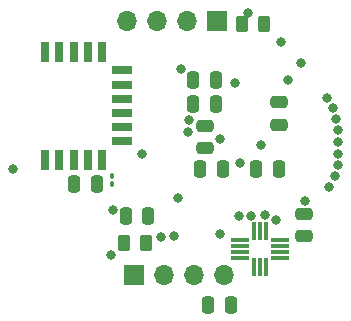
<source format=gbr>
G04 #@! TF.GenerationSoftware,KiCad,Pcbnew,7.0.8*
G04 #@! TF.CreationDate,2023-11-02T17:05:36-04:00*
G04 #@! TF.ProjectId,MCU+IMU,4d43552b-494d-4552-9e6b-696361645f70,rev?*
G04 #@! TF.SameCoordinates,Original*
G04 #@! TF.FileFunction,Soldermask,Bot*
G04 #@! TF.FilePolarity,Negative*
%FSLAX46Y46*%
G04 Gerber Fmt 4.6, Leading zero omitted, Abs format (unit mm)*
G04 Created by KiCad (PCBNEW 7.0.8) date 2023-11-02 17:05:36*
%MOMM*%
%LPD*%
G01*
G04 APERTURE LIST*
G04 Aperture macros list*
%AMRoundRect*
0 Rectangle with rounded corners*
0 $1 Rounding radius*
0 $2 $3 $4 $5 $6 $7 $8 $9 X,Y pos of 4 corners*
0 Add a 4 corners polygon primitive as box body*
4,1,4,$2,$3,$4,$5,$6,$7,$8,$9,$2,$3,0*
0 Add four circle primitives for the rounded corners*
1,1,$1+$1,$2,$3*
1,1,$1+$1,$4,$5*
1,1,$1+$1,$6,$7*
1,1,$1+$1,$8,$9*
0 Add four rect primitives between the rounded corners*
20,1,$1+$1,$2,$3,$4,$5,0*
20,1,$1+$1,$4,$5,$6,$7,0*
20,1,$1+$1,$6,$7,$8,$9,0*
20,1,$1+$1,$8,$9,$2,$3,0*%
G04 Aperture macros list end*
%ADD10R,1.700000X1.700000*%
%ADD11O,1.700000X1.700000*%
%ADD12RoundRect,0.250000X-0.250000X-0.475000X0.250000X-0.475000X0.250000X0.475000X-0.250000X0.475000X0*%
%ADD13RoundRect,0.100000X0.100000X-0.130000X0.100000X0.130000X-0.100000X0.130000X-0.100000X-0.130000X0*%
%ADD14RoundRect,0.250000X-0.475000X0.250000X-0.475000X-0.250000X0.475000X-0.250000X0.475000X0.250000X0*%
%ADD15R,1.533400X0.305480*%
%ADD16R,1.533400X0.304800*%
%ADD17R,0.350480X1.533400*%
%ADD18R,1.533400X0.305048*%
%ADD19R,0.305048X1.533400*%
%ADD20RoundRect,0.250000X0.262500X0.450000X-0.262500X0.450000X-0.262500X-0.450000X0.262500X-0.450000X0*%
%ADD21RoundRect,0.250000X0.475000X-0.250000X0.475000X0.250000X-0.475000X0.250000X-0.475000X-0.250000X0*%
%ADD22RoundRect,0.250000X0.250000X0.475000X-0.250000X0.475000X-0.250000X-0.475000X0.250000X-0.475000X0*%
%ADD23R,0.700000X1.800000*%
%ADD24R,1.800000X0.700000*%
%ADD25RoundRect,0.250000X-0.262500X-0.450000X0.262500X-0.450000X0.262500X0.450000X-0.262500X0.450000X0*%
%ADD26C,0.800000*%
G04 APERTURE END LIST*
D10*
G04 #@! TO.C,J2*
X128750000Y-113500000D03*
D11*
X131290000Y-113500000D03*
X133830000Y-113500000D03*
X136370000Y-113500000D03*
G04 #@! TD*
D10*
G04 #@! TO.C,J1*
X135750000Y-92000000D03*
D11*
X133210000Y-92000000D03*
X130670000Y-92000000D03*
X128130000Y-92000000D03*
G04 #@! TD*
D12*
G04 #@! TO.C,C2*
X133750000Y-99000000D03*
X135650000Y-99000000D03*
G04 #@! TD*
D13*
G04 #@! TO.C,D1*
X126910700Y-105735789D03*
X126910700Y-105095789D03*
G04 #@! TD*
D14*
G04 #@! TO.C,C8*
X143160700Y-108285789D03*
X143160700Y-110185789D03*
G04 #@! TD*
D15*
G04 #@! TO.C,U1*
X141091800Y-110537700D03*
X141091800Y-111037826D03*
X141091800Y-111537952D03*
D16*
X141091800Y-112038078D03*
D17*
X139910826Y-112814989D03*
X139410700Y-112814989D03*
X138910574Y-112814989D03*
D18*
X137729600Y-112038078D03*
X137729600Y-111537952D03*
X137729600Y-111037826D03*
X137729600Y-110537700D03*
D19*
X138910574Y-109760789D03*
X139410700Y-109760789D03*
X139910826Y-109760789D03*
G04 #@! TD*
D20*
G04 #@! TO.C,R1*
X129750000Y-110750000D03*
X127925000Y-110750000D03*
G04 #@! TD*
D12*
G04 #@! TO.C,C5*
X133750000Y-97000000D03*
X135650000Y-97000000D03*
G04 #@! TD*
G04 #@! TO.C,C11*
X123685700Y-105760789D03*
X125585700Y-105760789D03*
G04 #@! TD*
D21*
G04 #@! TO.C,C1*
X134750000Y-102750000D03*
X134750000Y-100850000D03*
G04 #@! TD*
D12*
G04 #@! TO.C,C9*
X139100000Y-104500000D03*
X141000000Y-104500000D03*
G04 #@! TD*
D22*
G04 #@! TO.C,C10*
X136925000Y-116000000D03*
X135025000Y-116000000D03*
G04 #@! TD*
D14*
G04 #@! TO.C,C3*
X141000000Y-98850000D03*
X141000000Y-100750000D03*
G04 #@! TD*
D23*
G04 #@! TO.C,U3*
X121225700Y-94610789D03*
X122425700Y-94610789D03*
X123625700Y-94610789D03*
X124825700Y-94610789D03*
X126025700Y-94610789D03*
D24*
X127725700Y-96160789D03*
X127725700Y-97360789D03*
X127725700Y-98560789D03*
X127725700Y-99760789D03*
X127725700Y-100960789D03*
X127725700Y-102160789D03*
D23*
X126025700Y-103710789D03*
X124825700Y-103710789D03*
X123625700Y-103710789D03*
X122375700Y-103710789D03*
X121225700Y-103710789D03*
G04 #@! TD*
D22*
G04 #@! TO.C,C6*
X136250000Y-104500000D03*
X134350000Y-104500000D03*
G04 #@! TD*
D12*
G04 #@! TO.C,C4*
X128025000Y-108500000D03*
X129925000Y-108500000D03*
G04 #@! TD*
D25*
G04 #@! TO.C,R2*
X137910700Y-92260789D03*
X139735700Y-92260789D03*
G04 #@! TD*
D26*
X131000000Y-110250000D03*
X137250000Y-97250000D03*
X136000000Y-102000000D03*
X139500000Y-102500000D03*
X133311667Y-101390899D03*
X133374492Y-100328298D03*
X132500000Y-107000000D03*
X132750000Y-96000000D03*
X137750000Y-104000000D03*
X143250000Y-107250000D03*
X141750000Y-97000000D03*
X132148056Y-110148056D03*
X145250000Y-106000000D03*
X138660700Y-108510789D03*
X129410700Y-103260789D03*
X127000000Y-108000000D03*
X126750000Y-111750000D03*
X145732370Y-105060011D03*
X146000000Y-104149006D03*
X139801004Y-108395084D03*
X140720749Y-108786333D03*
X137660700Y-108510789D03*
X146000000Y-103199503D03*
X146000000Y-102250000D03*
X146039068Y-101166609D03*
X145822298Y-100242181D03*
X141160700Y-93760789D03*
X142910700Y-95510789D03*
X138410700Y-91260789D03*
X145550690Y-99332355D03*
X145052984Y-98523749D03*
X118500000Y-104500000D03*
X136000000Y-110000000D03*
M02*

</source>
